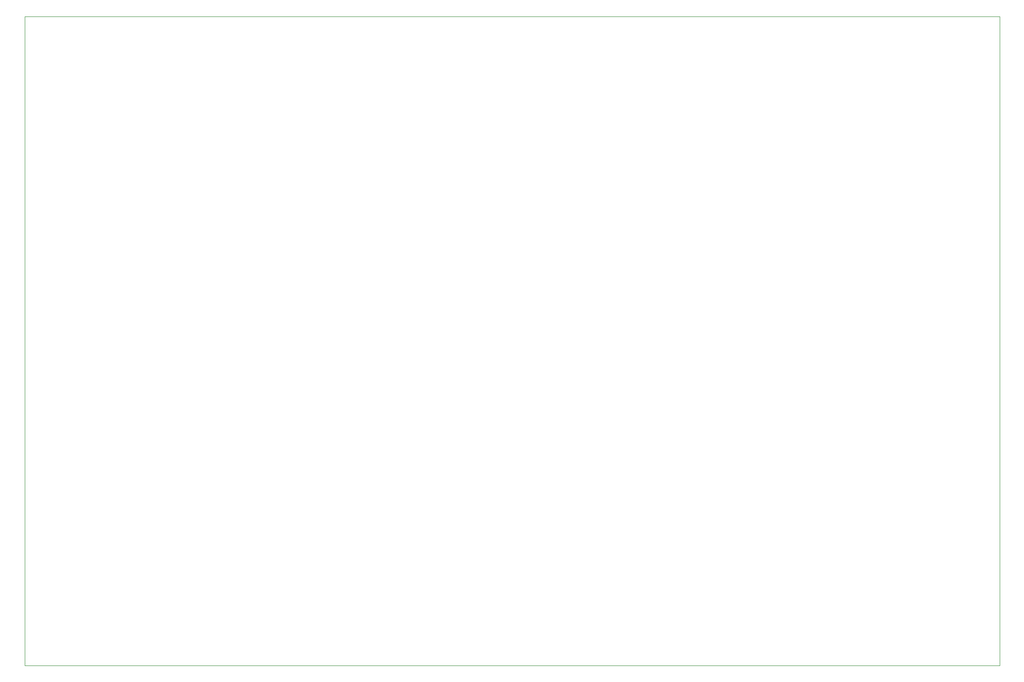
<source format=gbr>
%TF.GenerationSoftware,KiCad,Pcbnew,(5.1.6)-1*%
%TF.CreationDate,2021-02-16T12:14:24-05:00*%
%TF.ProjectId,F100_B200_Test_Bop_V2,46313030-5f42-4323-9030-5f546573745f,rev?*%
%TF.SameCoordinates,Original*%
%TF.FileFunction,Profile,NP*%
%FSLAX46Y46*%
G04 Gerber Fmt 4.6, Leading zero omitted, Abs format (unit mm)*
G04 Created by KiCad (PCBNEW (5.1.6)-1) date 2021-02-16 12:14:24*
%MOMM*%
%LPD*%
G01*
G04 APERTURE LIST*
%TA.AperFunction,Profile*%
%ADD10C,0.100000*%
%TD*%
G04 APERTURE END LIST*
D10*
X230000000Y0D02*
X230000000Y-120000000D01*
X50000000Y0D02*
X230000000Y0D01*
X50000000Y-120000000D02*
X50000000Y0D01*
X230000000Y-120000000D02*
X50000000Y-120000000D01*
M02*

</source>
